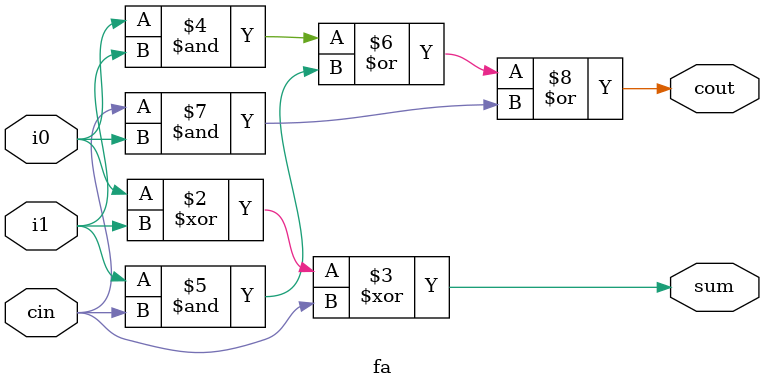
<source format=v>
module booth_multiplier_32bit_pipeline(
    input clk,
    input rst_n,
    input signed[31:0] A,
    input signed[31:0] B,
    output signed [31:0] Out
);

    wire [31:0] Q15_nxt, acc16_nxt, multiplicand_temp_nxt;
    reg [31:0] Q15, acc16, multiplicand_temp;

    wire q016_nxt;
    reg q016;

    wire negative_nxt;
    reg negative;

    wire [63:0] product;

    assign Out = product[31:0];

    always @(posedge clk) begin
        if(~rst_n) begin
            Q15 <= 32'b0;
            q016 <= 1'b0;
            acc16 <= 32'b0;
            negative <= 1'b0;
            multiplicand_temp <= 32'b0;
        end else begin
            Q15 <= Q15_nxt;
            q016 <= q016_nxt;
            acc16 <= acc16_nxt;
            negative <= negative_nxt;
            multiplicand_temp <= multiplicand_temp_nxt;
        end
    end

    // With pipeline =====================================================================
    
    half_setup_0to15  stage1(.multiplier_i(A), 
                            .multiplicand_i(B), .acc16(acc16_nxt), .Q15(Q15_nxt), 
                            .q016(q016_nxt), .multiplicand_o(multiplicand_temp_nxt), .negative_o(negative_nxt));
    

    half_setup_16to31 stage2(.Q15(Q15), .q016(q016), 
                            .acc16(acc16), .multiplicand_i(multiplicand_temp), 
                            .negative_i(negative), .product_o(product));
    
endmodule

module half_setup_0to15(
    input signed[31:0] multiplier_i,
    input signed[31:0] multiplicand_i,
    output signed [31:0] multiplicand_o,
    output signed [31:0] Q15,
    output signed        q016,
    output signed [31:0] acc16,
    output negative_o  
);
	wire signed [31:0] Q[0:15];  //an 8 bit (1byte) array, with a depth of 7 (0 to 6 rows of 1 byte each)
	wire signed [31:0] acc[0:16]; //an 8 bit (1byte) array, with a depth of 8 (0 to 7 rows of 1 byte each)
	wire signed        q0[0:16];
    
    assign negative_o = ((multiplier_i[31] && !multiplicand_i[31]) || (multiplicand_i[31] && !multiplier_i[31])) ? 1'b1 : 1'b0;

    wire [31:0] multiplicand;
    assign multiplicand = (multiplicand_i[31] == 1) ? ~multiplicand_i+1 : multiplicand_i;
    assign multiplicand_o = multiplicand;
    
    wire [31:0] multiplier;
    assign multiplier = (multiplier_i[31] == 1) ? ~multiplier_i+1 : multiplier_i;

    assign Q15 = Q[15];
    assign q016 = q0[16];
    assign acc16 = acc[16];
    
    assign acc[0] = 31'd0;   //initialising accumulator to 0
    assign q0[0] = 1'b0;   //initialising q0 to 0

    booth_substep step1(acc[0], multiplier, q0[0], multiplicand, acc[1], Q[0], q0[1]);
    
    genvar i;
    generate
        for (i = 1; i <= 15; i = i + 1) begin : step_block
            booth_substep step(acc[i], Q[i-1], q0[i], multiplicand, acc[i+1], Q[i], q0[i+1]);
        end
    endgenerate
endmodule

module half_setup_16to31(
    input signed[31:0] Q15,
    input signed       q016,
    input signed[31:0] acc16,
    input signed[31:0] multiplicand_i,
    output signed [63:0] product_o,
    input negative_i
);

    wire signed [31:0] acc[0:16];
    wire signed [31:0] Q[0:15];
    wire signed        q0[0:16];
    wire signed        qout;
    wire signed [63:0] product;
    

    assign product_o = (negative_i) ? ~product + 1 : product;
    assign acc[1] = acc16;
    assign Q[0] = Q15;
    assign q0[1] = q016;

    genvar i;

    generate
        for (i = 1; i <= 15; i = i + 1) begin : step_block
            booth_substep step(acc[i], Q[i-1], q0[i], multiplicand_i, acc[i+1], Q[i], q0[i+1]);
        end
    endgenerate

    booth_substep step31(acc[16], Q[15], q0[16], multiplicand_i, product[63:32], product[31:0], qout);
    
 
endmodule

module adder_subractor(
    input wire cin,
    input wire [31:0] i0,i1,
    output wire [31:0] sum);

	wire cout;
	wire [31:0] temp;
	reg [31:0] int_ip; //intermediate input - processed from the inputs and fed into fa module 
	
    //if cin == 1, int_ip = 1's complement
    //else int_ip = i1

    integer i;
    always @(*) begin
        for (i = 0; i < 32; i = i + 1) begin
            int_ip[i] = i1[i] ^ cin;
        end
    end
    
    //if cin == 1, cin added to make two's complement
    //else addition takes place
    //fa fa1(i0[0], int_ip[0], cin,     sum[0], temp[0]);


    assign sum[0] = i0[0] ^ int_ip[0] ^ cin;
    assign temp[0] = (i0[0] & int_ip[0]) | (int_ip[0] & cin) | (cin & i0[0]);

    genvar j;
    generate
        for (j = 1; j < 32; j = j + 1) begin : fa_block
            fa fa(i0[j], int_ip[j], temp[j-1], sum[j], temp[j]);
        end
    endgenerate

    // assign cout = i0[31] & int_ip[31] | int_ip[31] & temp[30] | temp[30] & i0[31];
endmodule

module booth_substep(
    input wire signed [31:0] acc,    //Current value of accumulator
    input wire signed [31:0] Q,  //Current value of Q (initially the multiplier)    
    input wire signed q0,       //Current value of q-1 th bit
    input wire signed [31:0] multiplicand,  //the multipliand
    output reg signed [31:0] next_acc,   //next accumulator value || value of 8 MSB's of 16 bit output [17:8]
    output reg signed [31:0] next_Q, //Next value of Q || value of 8 LSB's of 16 bit output [7:0]
    output reg q0_next
);
    
	wire [31:0] addsub_temp;  //next value of q_-1 th bit
	
    adder_subractor myadd(Q[0], acc, multiplicand, addsub_temp);

    always @(*) begin	
        if(Q[0] == q0) begin
            q0_next = Q[0];
            next_Q = Q>>1;
            next_Q[31] = acc[0];
            
            //  Right shift
            next_acc = acc>>1;
            
            //  With sign extension
            if (acc[31] == 1) begin
                next_acc[31] = 1;
            end
        end

        else begin        //if Q[0] != q0 (that is,  q_-1 bit)
            q0_next = Q[0];
            next_Q = Q>>1;
            next_Q[31] = addsub_temp[0];
            
            //Right s1hift
            next_acc = addsub_temp>>1;
            
            //  With sign extension
            if (addsub_temp[31] == 1) begin
                next_acc[31] = 1;
            end
        end	
    end	
endmodule 

//lib.v
//xor module
module xor2 (input wire i0, i1, output wire o);
  assign o = i0 ^ i1;
endmodule


//full adder module
module fa ( input wire i0, i1, cin, output wire sum, cout);
    assign sum = i0 ^ i1 ^ cin;
    assign cout = (i0 & i1) | (i1 & cin) | (cin & i0);
endmodule




</source>
